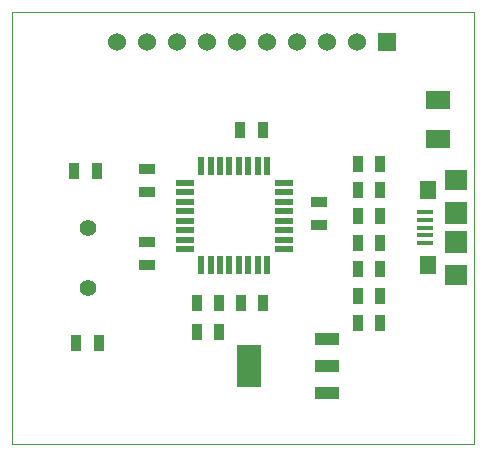
<source format=gts>
G04 (created by PCBNEW (2013-mar-13)-testing) date Sun 09 Jun 2013 10:00:26 PM EDT*
%MOIN*%
G04 Gerber Fmt 3.4, Leading zero omitted, Abs format*
%FSLAX34Y34*%
G01*
G70*
G90*
G04 APERTURE LIST*
%ADD10C,0.005906*%
%ADD11C,0.003937*%
%ADD12R,0.035000X0.055000*%
%ADD13R,0.055000X0.035000*%
%ADD14R,0.080000X0.060000*%
%ADD15R,0.055100X0.063000*%
%ADD16R,0.074800X0.070900*%
%ADD17R,0.074800X0.074800*%
%ADD18R,0.053100X0.015700*%
%ADD19R,0.060000X0.060000*%
%ADD20C,0.060000*%
%ADD21C,0.056000*%
%ADD22R,0.080000X0.144000*%
%ADD23R,0.080000X0.040000*%
%ADD24R,0.059055X0.021654*%
%ADD25R,0.021654X0.059055*%
G04 APERTURE END LIST*
G54D10*
G54D11*
X81800Y-62200D02*
X81800Y-47800D01*
X97200Y-62200D02*
X81800Y-62200D01*
X97200Y-47800D02*
X97200Y-62200D01*
X81800Y-47800D02*
X97200Y-47800D01*
G54D12*
X89397Y-51737D03*
X90147Y-51737D03*
X87960Y-58469D03*
X88710Y-58469D03*
X94075Y-57283D03*
X93325Y-57283D03*
X94075Y-56397D03*
X93325Y-56397D03*
X94075Y-53740D03*
X93325Y-53740D03*
G54D13*
X86288Y-55495D03*
X86288Y-56245D03*
G54D12*
X83865Y-53114D03*
X84615Y-53114D03*
X83944Y-58862D03*
X84694Y-58862D03*
G54D14*
X96000Y-52050D03*
X96000Y-50750D03*
G54D12*
X94075Y-58169D03*
X93325Y-58169D03*
G54D15*
X95675Y-53740D03*
G54D16*
X96600Y-53425D03*
X96600Y-56575D03*
G54D17*
X96600Y-54528D03*
X96600Y-55472D03*
G54D15*
X95675Y-56260D03*
G54D18*
X95547Y-55512D03*
X95547Y-55256D03*
X95547Y-55000D03*
X95547Y-54744D03*
X95547Y-54488D03*
G54D19*
X94300Y-48800D03*
G54D20*
X93300Y-48800D03*
X92300Y-48800D03*
X91300Y-48800D03*
X90300Y-48800D03*
X89300Y-48800D03*
X88300Y-48800D03*
X87300Y-48800D03*
X86300Y-48800D03*
X85300Y-48800D03*
G54D12*
X94075Y-55511D03*
X93325Y-55511D03*
X94075Y-54625D03*
X93325Y-54625D03*
X94064Y-52878D03*
X93314Y-52878D03*
G54D21*
X84319Y-55028D03*
X84319Y-57028D03*
G54D22*
X89700Y-59600D03*
G54D23*
X92300Y-59600D03*
X92300Y-58700D03*
X92300Y-60500D03*
G54D12*
X87960Y-57524D03*
X88710Y-57524D03*
G54D13*
X92036Y-54157D03*
X92036Y-54907D03*
X86288Y-53804D03*
X86288Y-53054D03*
G54D12*
X89425Y-57500D03*
X90175Y-57500D03*
G54D24*
X87548Y-53508D03*
X87548Y-53823D03*
X87548Y-54138D03*
X87548Y-54453D03*
X87548Y-54768D03*
X87548Y-55083D03*
X87548Y-55398D03*
X87548Y-55713D03*
G54D25*
X88099Y-56264D03*
X88414Y-56264D03*
X88729Y-56264D03*
X89044Y-56264D03*
X89359Y-56264D03*
X89674Y-56264D03*
X89988Y-56264D03*
X90303Y-56264D03*
G54D24*
X90855Y-55713D03*
X90855Y-55398D03*
X90855Y-55083D03*
X90855Y-54768D03*
X90855Y-54453D03*
X90855Y-54138D03*
X90855Y-53823D03*
X90855Y-53508D03*
G54D25*
X90303Y-52957D03*
X89988Y-52957D03*
X89674Y-52957D03*
X89359Y-52957D03*
X89044Y-52957D03*
X88729Y-52957D03*
X88414Y-52957D03*
X88099Y-52957D03*
M02*

</source>
